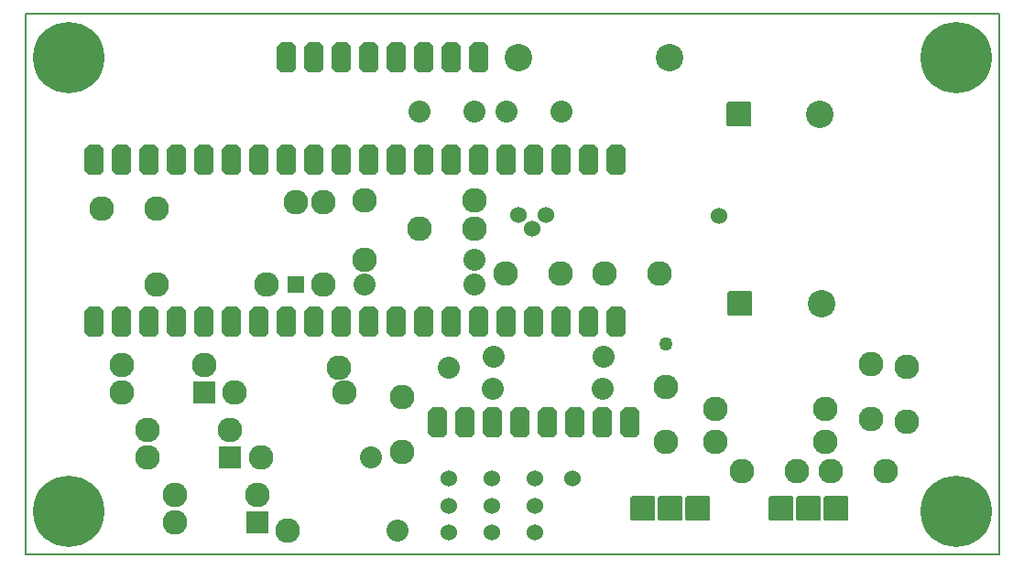
<source format=gbr>
G04 PROTEUS RS274X GERBER FILE*
%FSLAX45Y45*%
%MOMM*%
G01*
%ADD26C,1.524000*%
%ADD13C,1.270000*%
%AMPPAD019*
4,1,8,
0.509800,-1.397000,
-0.509800,-1.397000,
-0.889000,-1.017800,
-0.889000,1.017800,
-0.509800,1.397000,
0.509800,1.397000,
0.889000,1.017800,
0.889000,-1.017800,
0.509800,-1.397000,
0*%
%ADD27PPAD019*%
%AMPPAD020*
4,1,36,
1.016000,-1.143000,
-1.016000,-1.143000,
-1.041970,-1.140470,
-1.065980,-1.133200,
-1.087580,-1.121650,
-1.106290,-1.106290,
-1.121650,-1.087570,
-1.133200,-1.065980,
-1.140470,-1.041970,
-1.143000,-1.016000,
-1.143000,1.016000,
-1.140470,1.041970,
-1.133200,1.065980,
-1.121650,1.087570,
-1.106290,1.106290,
-1.087580,1.121650,
-1.065980,1.133200,
-1.041970,1.140470,
-1.016000,1.143000,
1.016000,1.143000,
1.041970,1.140470,
1.065980,1.133200,
1.087580,1.121650,
1.106290,1.106290,
1.121650,1.087570,
1.133200,1.065980,
1.140470,1.041970,
1.143000,1.016000,
1.143000,-1.016000,
1.140470,-1.041970,
1.133200,-1.065980,
1.121650,-1.087570,
1.106290,-1.106290,
1.087580,-1.121650,
1.065980,-1.133200,
1.041970,-1.140470,
1.016000,-1.143000,
0*%
%ADD28PPAD020*%
%ADD18C,2.286000*%
%ADD29C,2.540000*%
%AMPPAD022*
4,1,36,
-0.635000,0.762000,
0.635000,0.762000,
0.660970,0.759470,
0.684980,0.752200,
0.706580,0.740650,
0.725290,0.725290,
0.740650,0.706570,
0.752200,0.684980,
0.759470,0.660970,
0.762000,0.635000,
0.762000,-0.635000,
0.759470,-0.660970,
0.752200,-0.684980,
0.740650,-0.706570,
0.725290,-0.725290,
0.706580,-0.740650,
0.684980,-0.752200,
0.660970,-0.759470,
0.635000,-0.762000,
-0.635000,-0.762000,
-0.660970,-0.759470,
-0.684980,-0.752200,
-0.706580,-0.740650,
-0.725290,-0.725290,
-0.740650,-0.706570,
-0.752200,-0.684980,
-0.759470,-0.660970,
-0.762000,-0.635000,
-0.762000,0.635000,
-0.759470,0.660970,
-0.752200,0.684980,
-0.740650,0.706570,
-0.725290,0.725290,
-0.706580,0.740650,
-0.684980,0.752200,
-0.660970,0.759470,
-0.635000,0.762000,
0*%
%ADD72PPAD022*%
%ADD17C,2.032000*%
%AMPPAD023*
4,1,36,
-0.889000,1.016000,
0.889000,1.016000,
0.914970,1.013470,
0.938980,1.006200,
0.960580,0.994650,
0.979290,0.979290,
0.994650,0.960570,
1.006200,0.938980,
1.013470,0.914970,
1.016000,0.889000,
1.016000,-0.889000,
1.013470,-0.914970,
1.006200,-0.938980,
0.994650,-0.960570,
0.979290,-0.979290,
0.960580,-0.994650,
0.938980,-1.006200,
0.914970,-1.013470,
0.889000,-1.016000,
-0.889000,-1.016000,
-0.914970,-1.013470,
-0.938980,-1.006200,
-0.960580,-0.994650,
-0.979290,-0.979290,
-0.994650,-0.960570,
-1.006200,-0.938980,
-1.013470,-0.914970,
-1.016000,-0.889000,
-1.016000,0.889000,
-1.013470,0.914970,
-1.006200,0.938980,
-0.994650,0.960570,
-0.979290,0.979290,
-0.960580,0.994650,
-0.938980,1.006200,
-0.914970,1.013470,
-0.889000,1.016000,
0*%
%ADD73PPAD023*%
%ADD30C,6.604000*%
%ADD21C,0.203200*%
%TD.AperFunction*%
D26*
X+6410000Y+3130000D03*
X+3910000Y+200000D03*
X+3910000Y+450000D03*
X+3910000Y+700000D03*
X+4310000Y+200000D03*
X+4310000Y+450000D03*
X+4310000Y+700000D03*
X+4710000Y+700000D03*
X+4710000Y+450000D03*
X+4710000Y+200000D03*
X+5060000Y+700000D03*
D13*
X+5920000Y+1950000D03*
D27*
X+5460000Y+3650000D03*
X+5206000Y+3650000D03*
X+4952000Y+3650000D03*
X+4698000Y+3650000D03*
X+4444000Y+3650000D03*
X+4190000Y+3650000D03*
X+3936000Y+3650000D03*
X+3682000Y+3650000D03*
X+3428000Y+3650000D03*
X+3174000Y+3650000D03*
X+2920000Y+3650000D03*
X+2666000Y+3650000D03*
X+2412000Y+3650000D03*
X+2158000Y+3650000D03*
X+1904000Y+3650000D03*
X+1650000Y+3650000D03*
X+1396000Y+3650000D03*
X+1142000Y+3650000D03*
X+888000Y+3650000D03*
X+634000Y+3650000D03*
X+5460000Y+2150000D03*
X+5206000Y+2150000D03*
X+4952000Y+2150000D03*
X+4698000Y+2150000D03*
X+4444000Y+2150000D03*
X+4190000Y+2150000D03*
X+3936000Y+2150000D03*
X+3682000Y+2150000D03*
X+3428000Y+2150000D03*
X+3174000Y+2150000D03*
X+2920000Y+2150000D03*
X+2666000Y+2150000D03*
X+2412000Y+2150000D03*
X+2158000Y+2150000D03*
X+1904000Y+2150000D03*
X+1650000Y+2150000D03*
X+1396000Y+2150000D03*
X+1142000Y+2150000D03*
X+888000Y+2150000D03*
X+634000Y+2150000D03*
X+4190000Y+4600000D03*
X+3936000Y+4600000D03*
X+3682000Y+4600000D03*
X+3428000Y+4600000D03*
X+3174000Y+4600000D03*
X+2920000Y+4600000D03*
X+2666000Y+4600000D03*
X+2412000Y+4600000D03*
X+5590000Y+1220000D03*
X+5336000Y+1220000D03*
X+5082000Y+1220000D03*
X+4828000Y+1220000D03*
X+4574000Y+1220000D03*
X+4320000Y+1220000D03*
X+4066000Y+1220000D03*
X+3812000Y+1220000D03*
D28*
X+7494000Y+420000D03*
X+7240000Y+420000D03*
X+6986000Y+420000D03*
X+6214000Y+420000D03*
X+5960000Y+420000D03*
X+5706000Y+420000D03*
D18*
X+6380000Y+1040000D03*
X+7396000Y+1040000D03*
X+7396000Y+1350000D03*
X+6380000Y+1350000D03*
X+1210000Y+2500000D03*
X+2226000Y+2500000D03*
X+7820000Y+1760000D03*
X+7820000Y+1252000D03*
X+7950000Y+770000D03*
X+7442000Y+770000D03*
X+5920000Y+1550000D03*
X+5920000Y+1042000D03*
D28*
X+6605000Y+2320000D03*
D29*
X+7355000Y+2320000D03*
D28*
X+6595000Y+4070000D03*
D29*
X+7345000Y+4070000D03*
X+4553000Y+4600000D03*
X+5950000Y+4600000D03*
D18*
X+8150000Y+1230000D03*
X+8150000Y+1738000D03*
X+6620000Y+770000D03*
X+7128000Y+770000D03*
X+5350000Y+2600000D03*
X+5858000Y+2600000D03*
X+700000Y+3200000D03*
X+1208000Y+3200000D03*
D72*
X+2500000Y+2500000D03*
D18*
X+2754000Y+2500000D03*
X+2754000Y+3262000D03*
X+2500000Y+3262000D03*
X+4150000Y+3280000D03*
X+3134000Y+3280000D03*
X+3134000Y+2730000D03*
D17*
X+4150000Y+2730000D03*
D26*
X+4553000Y+3140000D03*
X+4680000Y+3013000D03*
X+4807000Y+3140000D03*
D17*
X+3130000Y+2500000D03*
X+4146000Y+2500000D03*
D18*
X+4950000Y+2600000D03*
X+4442000Y+2600000D03*
X+4150000Y+3010000D03*
X+3642000Y+3010000D03*
X+3480000Y+952000D03*
X+3480000Y+1460000D03*
D17*
X+3640000Y+4100000D03*
X+4148000Y+4100000D03*
D73*
X+1650000Y+1500000D03*
D18*
X+1650000Y+1754000D03*
X+888000Y+1754000D03*
X+888000Y+1500000D03*
D73*
X+1890000Y+900000D03*
D18*
X+1890000Y+1154000D03*
X+1128000Y+1154000D03*
X+1128000Y+900000D03*
D73*
X+2140000Y+300000D03*
D18*
X+2140000Y+554000D03*
X+1378000Y+554000D03*
X+1378000Y+300000D03*
X+2950000Y+1500000D03*
X+1934000Y+1500000D03*
D17*
X+3190000Y+900000D03*
D18*
X+2174000Y+900000D03*
D17*
X+3440000Y+220000D03*
D18*
X+2424000Y+220000D03*
D17*
X+3916000Y+1730000D03*
D18*
X+2900000Y+1730000D03*
D17*
X+5336000Y+1530000D03*
X+4320000Y+1530000D03*
X+5340000Y+1830000D03*
X+4324000Y+1830000D03*
D30*
X+400000Y+400000D03*
X+400000Y+4600000D03*
X+8600000Y+4600000D03*
X+8600000Y+400000D03*
D17*
X+4450000Y+4100000D03*
X+4958000Y+4100000D03*
D21*
X+0Y+0D02*
X+9000000Y+0D01*
X+9000000Y+5000000D01*
X+0Y+5000000D01*
X+0Y+0D01*
M02*

</source>
